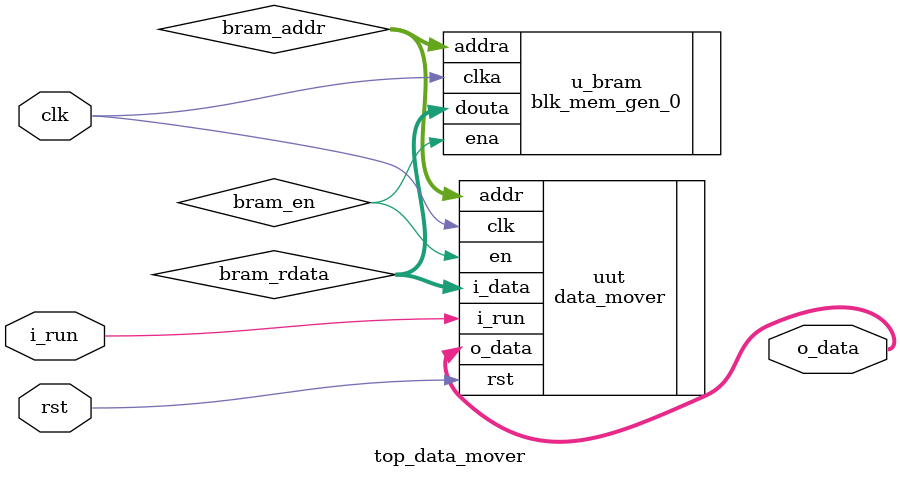
<source format=v>
`timescale 1ns / 1ps

module top_data_mover #(
    parameter KW = 5,
    parameter KH = 5,
    parameter D_BW = 8,
    parameter AWIDTH = 6,
    parameter DWIDTH = 32
)(
    input clk,
    input rst,
    input i_run,

    output [KW*KH*D_BW-1:0] o_data
);

    // Internal wires
    wire [AWIDTH-1:0] bram_addr;
    wire              bram_en;
    wire [KW*KH*D_BW-1:0] bram_rdata;

    // Instantiate Data Mover (includes kernel)
    data_mover uut (
        .clk    (clk),
        .rst    (rst),
        .i_run  (i_run),
        .i_data (bram_rdata),
        .en     (bram_en),
        .addr   (bram_addr),
        .o_data (o_data)
    );

    // Instantiate BRAM
    blk_mem_gen_0 u_bram (
        .clka   (clk),
        .ena    (bram_en),
        .addra  (bram_addr),
        .douta  (bram_rdata)
    );

endmodule

</source>
